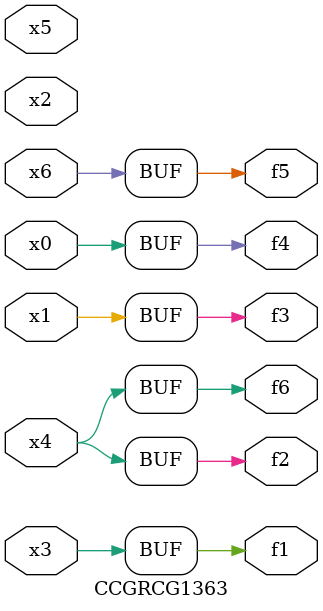
<source format=v>
module CCGRCG1363(
	input x0, x1, x2, x3, x4, x5, x6,
	output f1, f2, f3, f4, f5, f6
);
	assign f1 = x3;
	assign f2 = x4;
	assign f3 = x1;
	assign f4 = x0;
	assign f5 = x6;
	assign f6 = x4;
endmodule

</source>
